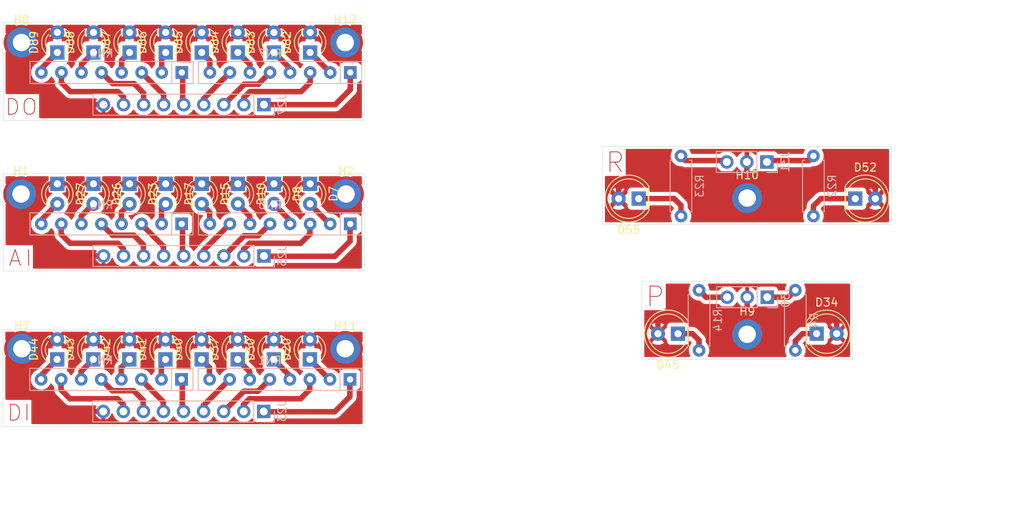
<source format=kicad_pcb>
(kicad_pcb
	(version 20240108)
	(generator "pcbnew")
	(generator_version "8.0")
	(general
		(thickness 1.6)
		(legacy_teardrops no)
	)
	(paper "A4")
	(layers
		(0 "F.Cu" signal)
		(1 "In1.Cu" signal)
		(2 "In2.Cu" signal)
		(31 "B.Cu" signal)
		(32 "B.Adhes" user "B.Adhesive")
		(33 "F.Adhes" user "F.Adhesive")
		(34 "B.Paste" user)
		(35 "F.Paste" user)
		(36 "B.SilkS" user "B.Silkscreen")
		(37 "F.SilkS" user "F.Silkscreen")
		(38 "B.Mask" user)
		(39 "F.Mask" user)
		(40 "Dwgs.User" user "User.Drawings")
		(41 "Cmts.User" user "User.Comments")
		(42 "Eco1.User" user "User.Eco1")
		(43 "Eco2.User" user "User.Eco2")
		(44 "Edge.Cuts" user)
		(45 "Margin" user)
		(46 "B.CrtYd" user "B.Courtyard")
		(47 "F.CrtYd" user "F.Courtyard")
		(48 "B.Fab" user)
		(49 "F.Fab" user)
		(50 "User.1" user)
		(51 "User.2" user)
		(52 "User.3" user)
		(53 "User.4" user)
		(54 "User.5" user)
		(55 "User.6" user)
		(56 "User.7" user)
		(57 "User.8" user)
		(58 "User.9" user)
	)
	(setup
		(stackup
			(layer "F.SilkS"
				(type "Top Silk Screen")
			)
			(layer "F.Paste"
				(type "Top Solder Paste")
			)
			(layer "F.Mask"
				(type "Top Solder Mask")
				(thickness 0.01)
			)
			(layer "F.Cu"
				(type "copper")
				(thickness 0.035)
			)
			(layer "dielectric 1"
				(type "prepreg")
				(thickness 0.1)
				(material "FR4")
				(epsilon_r 4.5)
				(loss_tangent 0.02)
			)
			(layer "In1.Cu"
				(type "copper")
				(thickness 0.035)
			)
			(layer "dielectric 2"
				(type "core")
				(thickness 1.24)
				(material "FR4")
				(epsilon_r 4.5)
				(loss_tangent 0.02)
			)
			(layer "In2.Cu"
				(type "copper")
				(thickness 0.035)
			)
			(layer "dielectric 3"
				(type "prepreg")
				(thickness 0.1)
				(material "FR4")
				(epsilon_r 4.5)
				(loss_tangent 0.02)
			)
			(layer "B.Cu"
				(type "copper")
				(thickness 0.035)
			)
			(layer "B.Mask"
				(type "Bottom Solder Mask")
				(thickness 0.01)
			)
			(layer "B.Paste"
				(type "Bottom Solder Paste")
			)
			(layer "B.SilkS"
				(type "Bottom Silk Screen")
				(color "Red")
			)
			(copper_finish "None")
			(dielectric_constraints no)
		)
		(pad_to_mask_clearance 0)
		(allow_soldermask_bridges_in_footprints no)
		(pcbplotparams
			(layerselection 0x0001000_fffffff9)
			(plot_on_all_layers_selection 0x0000000_00000000)
			(disableapertmacros no)
			(usegerberextensions no)
			(usegerberattributes yes)
			(usegerberadvancedattributes yes)
			(creategerberjobfile yes)
			(dashed_line_dash_ratio 12.000000)
			(dashed_line_gap_ratio 3.000000)
			(svgprecision 4)
			(plotframeref no)
			(viasonmask no)
			(mode 1)
			(useauxorigin no)
			(hpglpennumber 1)
			(hpglpenspeed 20)
			(hpglpendiameter 15.000000)
			(pdf_front_fp_property_popups yes)
			(pdf_back_fp_property_popups yes)
			(dxfpolygonmode yes)
			(dxfimperialunits yes)
			(dxfusepcbnewfont yes)
			(psnegative no)
			(psa4output no)
			(plotreference yes)
			(plotvalue yes)
			(plotfptext yes)
			(plotinvisibletext no)
			(sketchpadsonfab no)
			(subtractmaskfromsilk no)
			(outputformat 1)
			(mirror no)
			(drillshape 0)
			(scaleselection 1)
			(outputdirectory "export/")
		)
	)
	(net 0 "")
	(net 1 "Net-(D45-K)")
	(net 2 "Net-(D7-A)")
	(net 3 "Net-(D8-A)")
	(net 4 "Net-(D10-A)")
	(net 5 "Net-(D15-A)")
	(net 6 "Net-(D17-A)")
	(net 7 "Net-(D23-A)")
	(net 8 "Net-(D26-A)")
	(net 9 "Net-(D27-A)")
	(net 10 "Net-(D82-K)")
	(net 11 "Net-(D83-K)")
	(net 12 "Net-(D84-K)")
	(net 13 "Net-(D85-K)")
	(net 14 "Net-(D86-K)")
	(net 15 "Net-(D87-K)")
	(net 16 "Net-(D88-K)")
	(net 17 "Net-(D89-K)")
	(net 18 "Net-(J25-Pin_8)")
	(net 19 "Net-(J25-Pin_5)")
	(net 20 "Net-(J25-Pin_7)")
	(net 21 "Net-(J25-Pin_2)")
	(net 22 "Net-(J25-Pin_6)")
	(net 23 "Net-(J25-Pin_1)")
	(net 24 "Net-(J25-Pin_4)")
	(net 25 "Net-(J25-Pin_3)")
	(net 26 "Net-(J27-Pin_4)")
	(net 27 "Net-(J27-Pin_8)")
	(net 28 "Net-(J27-Pin_1)")
	(net 29 "Net-(J27-Pin_5)")
	(net 30 "Net-(J27-Pin_6)")
	(net 31 "Net-(J27-Pin_7)")
	(net 32 "Net-(J27-Pin_3)")
	(net 33 "Net-(J27-Pin_2)")
	(net 34 "Net-(D20-K)")
	(net 35 "Net-(D30-K)")
	(net 36 "Net-(D37-K)")
	(net 37 "Net-(D40-K)")
	(net 38 "Net-(D41-K)")
	(net 39 "Net-(D42-K)")
	(net 40 "Net-(D43-K)")
	(net 41 "Net-(D44-K)")
	(net 42 "Net-(J23-Pin_1)")
	(net 43 "Net-(J23-Pin_5)")
	(net 44 "Net-(J23-Pin_3)")
	(net 45 "Net-(J23-Pin_2)")
	(net 46 "Net-(J23-Pin_8)")
	(net 47 "Net-(J23-Pin_7)")
	(net 48 "Net-(J23-Pin_4)")
	(net 49 "Net-(J23-Pin_6)")
	(net 50 "Net-(D34-K)")
	(net 51 "Net-(D52-K)")
	(net 52 "Net-(D55-K)")
	(net 53 "Net-(J30-Pin_3)")
	(net 54 "Net-(J30-Pin_1)")
	(net 55 "Net-(J31-Pin_3)")
	(net 56 "Net-(J31-Pin_1)")
	(net 57 "/8x-LED-common-cathode_external/COM")
	(net 58 "/2x-LED-common-anode_external_1/COM")
	(net 59 "/2x-LED-common-anode_external_/COM")
	(net 60 "/8x-LED-common-anode_external1/COM")
	(net 61 "/8x-LED-common-anode_external/COM")
	(footprint "LED_THT:LED_D3.0mm_IRGrey" (layer "F.Cu") (at 161.56615 49.62315 90))
	(footprint "LED_THT:LED_D3.0mm_IRGrey" (layer "F.Cu") (at 143.27815 66.27185 -90))
	(footprint "LED_THT:LED_D3.0mm_IRGrey" (layer "F.Cu") (at 152.42215 49.62315 90))
	(footprint "LED_THT:LED_D3.0mm_IRGrey" (layer "F.Cu") (at 175.28215 66.27185 -90))
	(footprint "LED_THT:LED_D3.0mm_IRGrey" (layer "F.Cu") (at 170.71015 66.27185 -90))
	(footprint "LED_THT:LED_D3.0mm_IRGrey" (layer "F.Cu") (at 166.13815 49.62315 90))
	(footprint "LED_THT:LED_D3.0mm_IRGrey" (layer "F.Cu") (at 156.972 88.529 90))
	(footprint "LED_THT:LED_D3.0mm_IRGrey" (layer "F.Cu") (at 143.27815 49.62315 90))
	(footprint "LED_THT:LED_D5.0mm_IRGrey" (layer "F.Cu") (at 216.889 68.15 180))
	(footprint "custom-footprints1:MountingHole_2.2mm_NPTH-with-pad" (layer "F.Cu") (at 138.7856 87.1728))
	(footprint "LED_THT:LED_D3.0mm_IRGrey" (layer "F.Cu") (at 166.13815 66.27185 -90))
	(footprint "LED_THT:LED_D5.0mm_IRGrey" (layer "F.Cu") (at 244.316 68.15))
	(footprint "custom-footprints1:MountingHole_2.2mm_NPTH-with-pad" (layer "F.Cu") (at 179.832 67.564))
	(footprint "LED_THT:LED_D3.0mm_IRGrey" (layer "F.Cu") (at 147.85015 49.62315 90))
	(footprint "custom-footprints1:MountingHole_2.2mm_NPTH-with-pad" (layer "F.Cu") (at 138.684 67.564))
	(footprint "LED_THT:LED_D3.0mm_IRGrey" (layer "F.Cu") (at 147.828 88.524 90))
	(footprint "LED_THT:LED_D3.0mm_IRGrey" (layer "F.Cu") (at 152.4 88.524 90))
	(footprint "LED_THT:LED_D3.0mm_IRGrey" (layer "F.Cu") (at 143.256 88.524 90))
	(footprint "custom-footprints1:MountingHole_2.2mm_NPTH-with-pad" (layer "F.Cu") (at 230.632 85.344))
	(footprint "LED_THT:LED_D3.0mm_IRGrey" (layer "F.Cu") (at 156.99415 49.62315 90))
	(footprint "LED_THT:LED_D3.0mm_IRGrey" (layer "F.Cu") (at 170.71015 49.62315 90))
	(footprint "LED_THT:LED_D3.0mm_IRGrey" (layer "F.Cu") (at 161.544 88.529 90))
	(footprint "custom-footprints1:MountingHole_2.2mm_NPTH-with-pad" (layer "F.Cu") (at 179.7304 48.3616))
	(footprint "custom-footprints1:MountingHole_2.2mm_NPTH-with-pad" (layer "F.Cu") (at 138.7348 48.3616))
	(footprint "LED_THT:LED_D3.0mm_IRGrey" (layer "F.Cu") (at 156.99415 66.27185 -90))
	(footprint "LED_THT:LED_D3.0mm_IRGrey" (layer "F.Cu") (at 161.56615 66.27185 -90))
	(footprint "custom-footprints1:MountingHole_2.2mm_NPTH-with-pad" (layer "F.Cu") (at 179.7304 87.1728))
	(footprint "LED_THT:LED_D5.0mm_IRGrey" (layer "F.Cu") (at 221.869 85.266 180))
	(footprint "LED_THT:LED_D3.0mm_IRGrey" (layer "F.Cu") (at 166.116 88.529 90))
	(footprint "LED_THT:LED_D3.0mm_IRGrey" (layer "F.Cu") (at 152.42215 66.27185 -90))
	(footprint "LED_THT:LED_D3.0mm_IRGrey" (layer "F.Cu") (at 170.688 88.529 90))
	(footprint "LED_THT:LED_D3.0mm_IRGrey" (layer "F.Cu") (at 147.85015 66.27185 -90))
	(footprint "LED_THT:LED_D3.0mm_IRGrey" (layer "F.Cu") (at 175.28215 49.62315 90))
	(footprint "LED_THT:LED_D3.0mm_IRGrey" (layer "F.Cu") (at 175.26 88.524 90))
	(footprint "custom-footprints1:MountingHole_2.2mm_NPTH-with-pad" (layer "F.Cu") (at 230.632 68.072))
	(footprint "LED_THT:LED_D5.0mm_IRGrey" (layer "F.Cu") (at 239.422 85.266))
	(footprint "Connector_PinHeader_2.54mm:PinHeader_1x09_P2.54mm_Vertical" (layer "B.Cu") (at 169.44015 75.41585 90))
	(footprint "Connector_PinHeader_2.54mm:PinHeader_1x09_P2.54mm_Vertical" (layer "B.Cu") (at 169.44015 56.23885 90))
	(footprint "Resistor_THT:R_Array_SIP8" (layer "B.Cu") (at 180.37215 52.15815 180))
	(footprint "Resistor_THT:R_Axial_DIN0207_L6.3mm_D2.5mm_P7.62mm_Horizontal" (layer "B.Cu") (at 236.728 87.376 90))
	(footprint "Resistor_THT:R_Axial_DIN0207_L6.3mm_D2.5mm_P7.62mm_Horizontal"
		(layer "B.Cu")
		(uuid "48e705f1-04d1-499c-a015-bea056864ff5")
		(at 222.25 70.358 90)
		(descr "Resistor, Axial_DIN0207 series, Axial, Horizontal, pin pitch=7.62mm, 0.25W = 1/4W, length*diameter=6.3*2.5mm^2, http://cdn-reichelt.de/documents/datenblatt/B400/1_4W%23YAG.pdf")
		(tags "Resistor Axial_DIN0207 series Axial Horizontal pin pitch 7.62mm 0.25W = 1/4W length 6.3mm diameter 2.5mm")
		(property "Reference" "R23"
			(at 3.81 2.37 90)
			(layer "B.SilkS")
			(uuid "b94eadcc-f934-4039-8718-74340fa197e8")
			(effects
				(font
					(size 1 1)
					(thickness 0.15)
				)
				(justify mirror)
			)
		)
		(property "Value" "15"
			(at 3.81 -2.37 90)
			(layer "B.Fab")
			(uuid "39372fbc-d4b6-4cd4-a2f4-1f538bd900d4")
			(effects
				(font
					(size 1 1)
					(thickness 0.15)
				)
				(justify mirror)
			)
		)
		(property "Footprint" "Resistor_THT:R_Axial_DIN0207_L6.3mm_D2.5mm_P7.62mm_Horizontal"
			(at 0 0 -90)
			(unlocked yes)
			(layer "B.Fab")
			(hide yes)
			(uuid "861eb57d-06f5-4ab1-8f4d-57bd12f86735")
			(effects
				(font
					(size 1.27 1.27)
					(thickness 0.15)
				)
				(justify mirror)
			)
		)
		(property "Datasheet" "https://www.reichelt.com/be/en/shop/product/metal_film_resistor_15_0_ohm-11521"
			(at 0 0 -90)
			(unlocked yes)
			(layer "B.Fab")
			(hide yes)
			(uuid "99bc5018-846e-4631-a159-495cc26d077e")
			(effects
				(font
					(size 1.27 1.27)
					(thickness 0.15)
				)
				(justify mirror)
			)
		)
		(property "Description" "Resistor"
			(at 0 0 -90)
			(unlocked yes)
			(layer "B.Fab")
			(hide yes)
			(uuid "d78b217a-26ef-4672-9854-c61cc41e6fdc")
			(effects
				(font
					(size 1.27 1.27)
					(thickness 0.15)
				)
				(justify mirror)
			)
		)
		(property ki_fp_filters "R_*")
		(path "/e1399958-d9c3-43df-a215-5532faee4f75/f52e3861-7b08-40ea-b759-1ae8818b4a78")
		(sheetname "2x-LED-common-anode_external_")
		(sheetfile "2x-LED-common-anode_external.kicad_sch")
		(attr through_hole)
		(fp_line
			(start 7.08 -1.37)
			(end 0.54 -1.37)
			(stroke
				(width 0.12)
				(type solid)
			)
			(layer "B.SilkS")
			(uuid "8b372c63-db2b-4a2e-922f-a8ac20ab2576")
		)
		(fp_line
			(start 0.54 -1.37)
			(end 0.54 -1.04)
			(stroke
				(width 0.12)
				(type solid)
			)
			(layer "B.SilkS")
			(uuid "faa354ec-384b-4b03-a45c-f34a311dc6f1")
		)
		(fp_line
			(start 7.08 -1.04)
			(end 7.08 -1.37)
			(stroke
				(width 0.12)
				(type solid)
			)
			(layer "B.SilkS")
			(uuid "87958955-2322-4905-b8e4-23c0be434fb5")
		)
		(fp_line
			(start 7.08 1.04)
			(end 7.08 1.37)
			(stroke
				(width 0.12)
				(type solid)
			)
			(layer "B.SilkS")
			(uuid "d99dca81-1a6a-49ab-a6be-d6fa00ac4f55")
		)
		(fp_line
			(start 7.08 1.37)
			(end 0.54 1.37)
			(stroke
				(width 0.12)
				(type solid)
			)
			(layer "B.SilkS")
			(uuid "0b5baca9-542d-4a1e-ab14-c2a998259682")
		)
		(fp_line
			(start 0.54 1.37)
			(end 0.54 1.04)
			(stroke
				(width 0.12)
				(type solid)
			)
			(layer "B.SilkS")
			(uuid "1bc5293a-8d7a-4d13-8942-78640c754165")
		)
		(fp_line
			(start 8.67 -1.5)
			(end -1.05 -1.5)
			(stroke
				(width 0.05)
				(type solid)
			)
			(layer "B.CrtYd")
			(uuid "35ace764-3006-4c29-90c6-99650017d69b")
		)
		(fp_line
			(start -1.05 -1.5)
			(end -1.05 1.5)
			(stroke
				(width 0.05)
				(type solid)
			)
			(layer "B.CrtYd")
			(uuid "74e988ba-8f26-400a-8d1b-ba51696309db")
		)
		(fp_line
			(start 8.67 1.5)
			(end 8.67 -1.5)
			(stroke
				(width 0.05)
				(type solid)
			)
			(layer "B.CrtYd")
			(uuid "0e23820c-619d-49dd-ae4f-cb1413f67588")
		)
		(fp_line
			(start -1.05 1.5)
			(end 8.67 1.5)
			(stroke
				(width 0.05)
				(type solid)
			)
			(layer "B.CrtYd")
			(uuid "d315c1d1-f76b-4ddf-a258-b91a972805b2")
		)
		(fp_line
			(start 6.96 -1.25)
			(end 0.66 -1.25)
			(stroke
				(width 0.1)
				(type solid)
			)
			(layer "B.Fab")
			(uuid "9af3c006-03dc-4dcb-9001-35f7ca1af165")
		)
		(fp_line
			(start 0.66 -1.25)
			(end 0.66 1.25)
			(stroke
				(width 0.1)
				(type solid)
			)
			(layer "B.Fab")
			(uuid "1513c12f-6b29-4798-8552-aa8075f1deb5")
		)
		(fp_line
			(start 6.96 0)
			(end 7.62 0)
			(stroke
				(width 0.1)
				(type solid)
			)
			(layer "B.Fab")
			(uuid "287fc769-7bc0-4424-bf89-a3d2ec2f333e")
		)
		(fp_line
			(start 0.66 0)
			(end 0 0)
			(stroke
				(width 0.1)
				(type solid)
			)
			(layer "B.Fab")
			(uuid "cce94175-dd4c-4ef4-91a1-9da1506248a7")
		)
		(fp_line
			(start 6.96 1.25)
			(end 6.96 -1.25)
			(stroke
				(width 0.1)
				(type solid)
			)
			(layer "B.Fab")
			(
... [274564 chars truncated]
</source>
